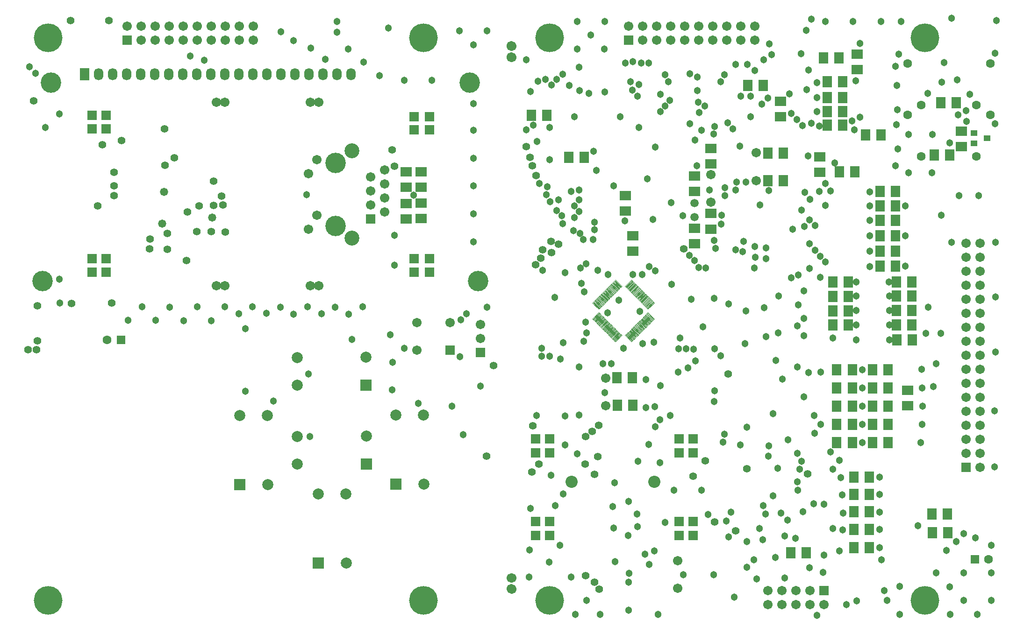
<source format=gbs>
%FSLAX43Y43*%
%MOMM*%
G71*
G01*
G75*
%ADD10C,0.300*%
%ADD11R,1.600X1.800*%
%ADD12R,0.850X1.300*%
%ADD13R,1.800X1.600*%
%ADD14R,1.300X0.850*%
%ADD15R,1.450X0.550*%
%ADD16R,1.450X0.550*%
%ADD17R,2.150X0.600*%
%ADD18R,2.150X0.600*%
%ADD19R,1.500X1.300*%
%ADD20O,1.800X0.350*%
%ADD21O,1.800X0.350*%
%ADD22R,2.500X0.500*%
%ADD23R,2.500X2.000*%
%ADD24R,0.300X1.600*%
%ADD25R,1.650X0.300*%
%ADD26R,2.700X2.500*%
%ADD27R,2.200X0.550*%
%ADD28R,2.200X0.550*%
%ADD29R,1.300X1.500*%
%ADD30R,2.200X0.600*%
%ADD31R,2.200X0.600*%
%ADD32R,1.550X0.600*%
%ADD33R,1.550X0.600*%
%ADD34R,1.700X0.600*%
%ADD35R,1.700X0.600*%
%ADD36C,0.250*%
%ADD37C,0.063*%
%ADD38R,0.600X1.700*%
%ADD39R,0.600X2.150*%
%ADD40R,0.600X2.150*%
%ADD41C,0.500*%
%ADD42C,1.000*%
%ADD43C,0.400*%
%ADD44C,0.600*%
%ADD45C,0.800*%
%ADD46C,0.100*%
%ADD47C,3.500*%
%ADD48C,2.500*%
%ADD49C,1.200*%
%ADD50R,1.400X1.400*%
%ADD51C,1.400*%
%ADD52C,1.500*%
%ADD53R,1.500X1.500*%
%ADD54O,1.500X2.000*%
%ADD55R,1.500X2.000*%
%ADD56C,5.000*%
%ADD57C,1.800*%
%ADD58R,1.800X1.800*%
%ADD59C,2.000*%
%ADD60C,1.500*%
%ADD61C,1.300*%
%ADD62C,1.270*%
%ADD63C,1.100*%
%ADD64R,0.950X0.900*%
%ADD65C,0.700*%
%ADD66R,1.803X2.003*%
%ADD67R,1.053X1.503*%
%ADD68R,2.003X1.803*%
%ADD69R,1.503X1.053*%
%ADD70R,1.653X0.753*%
%ADD71R,1.653X0.753*%
%ADD72R,2.353X0.803*%
%ADD73R,2.353X0.803*%
%ADD74R,1.703X1.503*%
%ADD75O,2.003X0.553*%
%ADD76O,2.003X0.553*%
%ADD77R,2.703X0.703*%
%ADD78R,2.703X2.203*%
%ADD79R,0.503X1.803*%
%ADD80R,1.853X0.503*%
%ADD81R,2.903X2.703*%
%ADD82R,2.403X0.753*%
%ADD83R,2.403X0.753*%
%ADD84R,1.503X1.703*%
%ADD85R,2.403X0.803*%
%ADD86R,2.403X0.803*%
%ADD87R,1.753X0.803*%
%ADD88R,1.753X0.803*%
%ADD89R,1.903X0.803*%
%ADD90R,1.903X0.803*%
%ADD91R,0.803X1.903*%
%ADD92R,0.803X2.353*%
%ADD93R,0.803X2.353*%
%ADD94C,3.703*%
%ADD95C,2.703*%
%ADD96C,1.403*%
%ADD97R,1.603X1.603*%
%ADD98C,1.603*%
%ADD99C,1.703*%
%ADD100R,1.703X1.703*%
%ADD101O,1.703X2.203*%
%ADD102R,1.703X2.203*%
%ADD103C,5.203*%
%ADD104C,2.003*%
%ADD105R,2.003X2.003*%
%ADD106C,2.203*%
%ADD107C,1.703*%
%ADD108C,1.503*%
%ADD109C,1.473*%
%ADD110C,1.303*%
%ADD111R,1.153X1.103*%
D46*
X107703Y52661D02*
X107418Y52946D01*
X108587Y54115D01*
X108872Y53830D01*
X107703Y52661D01*
Y52778D02*
X107536Y52946D01*
X108587Y53997D01*
X108755Y53830D01*
X107703Y52778D01*
Y52896D02*
X107654Y52946D01*
X108587Y53879D01*
X108637Y53830D01*
X107703Y52896D01*
X107747Y52971D02*
X108544Y53804D01*
X115484Y55421D02*
X115199Y55135D01*
X114030Y56304D01*
X114315Y56590D01*
X115484Y55421D01*
X115366D02*
X115199Y55253D01*
X114148Y56304D01*
X114315Y56472D01*
X115366Y55421D01*
X115248D02*
X115199Y55371D01*
X114265Y56304D01*
X114315Y56354D01*
X115248Y55421D01*
X115173Y55464D02*
X114340Y56261D01*
X115130Y55067D02*
X114845Y54782D01*
X113676Y55951D01*
X113961Y56236D01*
X115130Y55067D01*
X115012D02*
X114845Y54900D01*
X113794Y55951D01*
X113961Y56118D01*
X115012Y55067D01*
X114895D02*
X114845Y55018D01*
X113912Y55951D01*
X113961Y56000D01*
X114895Y55067D01*
X114820Y55110D02*
X113987Y55908D01*
X114777Y54713D02*
X114492Y54428D01*
X113323Y55597D01*
X113608Y55882D01*
X114777Y54713D01*
X114659D02*
X114492Y54546D01*
X113440Y55597D01*
X113608Y55765D01*
X114659Y54713D01*
X114541D02*
X114492Y54664D01*
X113558Y55597D01*
X113608Y55647D01*
X114541Y54713D01*
X114466Y54757D02*
X113633Y55554D01*
X114423Y54360D02*
X114138Y54075D01*
X112969Y55244D01*
X113254Y55529D01*
X114423Y54360D01*
X114305D02*
X114138Y54193D01*
X113087Y55244D01*
X113254Y55411D01*
X114305Y54360D01*
X114187D02*
X114138Y54310D01*
X113205Y55244D01*
X113254Y55293D01*
X114187Y54360D01*
X114113Y54403D02*
X113279Y55201D01*
X114070Y54006D02*
X113785Y53721D01*
X112616Y54890D01*
X112901Y55175D01*
X114070Y54006D01*
X113952D02*
X113785Y53839D01*
X112733Y54890D01*
X112901Y55057D01*
X113952Y54006D01*
X113834D02*
X113785Y53957D01*
X112851Y54890D01*
X112901Y54940D01*
X113834Y54006D01*
X113759Y54049D02*
X112926Y54847D01*
X113716Y53653D02*
X113431Y53368D01*
X112262Y54537D01*
X112547Y54822D01*
X113716Y53653D01*
X113598D02*
X113431Y53486D01*
X112380Y54537D01*
X112547Y54704D01*
X113598Y53653D01*
X113480D02*
X113431Y53603D01*
X112498Y54537D01*
X112547Y54586D01*
X113480Y53653D01*
X113406Y53696D02*
X112572Y54493D01*
X113363Y53299D02*
X113077Y53014D01*
X111908Y54183D01*
X112194Y54468D01*
X113363Y53299D01*
X113245D02*
X113077Y53132D01*
X112026Y54183D01*
X112194Y54350D01*
X113245Y53299D01*
X113127D02*
X113077Y53250D01*
X112144Y54183D01*
X112194Y54232D01*
X113127Y53299D01*
X113052Y53342D02*
X112219Y54140D01*
X113009Y52946D02*
X112724Y52661D01*
X111555Y53830D01*
X111840Y54115D01*
X113009Y52946D01*
X112891D02*
X112724Y52778D01*
X111673Y53830D01*
X111840Y53997D01*
X112891Y52946D01*
X112773D02*
X112724Y52896D01*
X111791Y53830D01*
X111840Y53879D01*
X112773Y52946D01*
X112699Y52989D02*
X111865Y53786D01*
X112655Y52592D02*
X112370Y52307D01*
X111201Y53476D01*
X111486Y53761D01*
X112655Y52592D01*
X112538D02*
X112370Y52425D01*
X111319Y53476D01*
X111486Y53643D01*
X112538Y52592D01*
X112420D02*
X112370Y52543D01*
X111437Y53476D01*
X111486Y53525D01*
X112420Y52592D01*
X112345Y52635D02*
X111512Y53433D01*
X112302Y52239D02*
X112017Y51953D01*
X110848Y53122D01*
X111133Y53408D01*
X112302Y52239D01*
X112184D02*
X112017Y52071D01*
X110966Y53122D01*
X111133Y53290D01*
X112184Y52239D01*
X112066D02*
X112017Y52189D01*
X111083Y53122D01*
X111133Y53172D01*
X112066Y52239D01*
X111992Y52282D02*
X111158Y53079D01*
X111948Y51885D02*
X111663Y51600D01*
X110494Y52769D01*
X110779Y53054D01*
X111948Y51885D01*
X111830D02*
X111663Y51718D01*
X110612Y52769D01*
X110779Y52936D01*
X111830Y51885D01*
X111713D02*
X111663Y51836D01*
X110730Y52769D01*
X110779Y52818D01*
X111713Y51885D01*
X111638Y51928D02*
X110805Y52726D01*
X108764Y51600D02*
X108479Y51885D01*
X109648Y53054D01*
X109933Y52769D01*
X108764Y51600D01*
Y51718D02*
X108597Y51885D01*
X109648Y52936D01*
X109815Y52769D01*
X108764Y51718D01*
Y51836D02*
X108715Y51885D01*
X109648Y52818D01*
X109697Y52769D01*
X108764Y51836D01*
X108807Y51910D02*
X109605Y52744D01*
X108410Y51953D02*
X108125Y52239D01*
X109294Y53408D01*
X109579Y53122D01*
X108410Y51953D01*
Y52071D02*
X108243Y52239D01*
X109294Y53290D01*
X109462Y53122D01*
X108410Y52071D01*
Y52189D02*
X108361Y52239D01*
X109294Y53172D01*
X109344Y53122D01*
X108410Y52189D01*
X108454Y52264D02*
X109251Y53097D01*
X108057Y52307D02*
X107772Y52592D01*
X108941Y53761D01*
X109226Y53476D01*
X108057Y52307D01*
Y52425D02*
X107890Y52592D01*
X108941Y53643D01*
X109108Y53476D01*
X108057Y52425D01*
Y52543D02*
X108008Y52592D01*
X108941Y53525D01*
X108990Y53476D01*
X108057Y52543D01*
X108100Y52617D02*
X108898Y53451D01*
X107350Y53014D02*
X107065Y53299D01*
X108234Y54468D01*
X108519Y54183D01*
X107350Y53014D01*
Y53132D02*
X107183Y53299D01*
X108234Y54350D01*
X108401Y54183D01*
X107350Y53132D01*
Y53250D02*
X107300Y53299D01*
X108234Y54232D01*
X108283Y54183D01*
X107350Y53250D01*
X107393Y53324D02*
X108191Y54158D01*
X106996Y53368D02*
X106711Y53653D01*
X107880Y54822D01*
X108165Y54537D01*
X106996Y53368D01*
Y53486D02*
X106829Y53653D01*
X107880Y54704D01*
X108047Y54537D01*
X106996Y53486D01*
Y53603D02*
X106947Y53653D01*
X107880Y54586D01*
X107930Y54537D01*
X106996Y53603D01*
X107039Y53678D02*
X107837Y54511D01*
X106643Y53721D02*
X106358Y54006D01*
X107527Y55175D01*
X107812Y54890D01*
X106643Y53721D01*
Y53839D02*
X106475Y54006D01*
X107527Y55057D01*
X107694Y54890D01*
X106643Y53839D01*
Y53957D02*
X106593Y54006D01*
X107527Y54940D01*
X107576Y54890D01*
X106643Y53957D01*
X106686Y54032D02*
X107483Y54865D01*
X106289Y54075D02*
X106004Y54360D01*
X107173Y55529D01*
X107458Y55244D01*
X106289Y54075D01*
Y54193D02*
X106122Y54360D01*
X107173Y55411D01*
X107340Y55244D01*
X106289Y54193D01*
Y54310D02*
X106240Y54360D01*
X107173Y55293D01*
X107222Y55244D01*
X106289Y54310D01*
X106332Y54385D02*
X107130Y55219D01*
X105936Y54428D02*
X105651Y54713D01*
X106820Y55882D01*
X107105Y55597D01*
X105936Y54428D01*
Y54546D02*
X105768Y54713D01*
X106820Y55765D01*
X106987Y55597D01*
X105936Y54546D01*
Y54664D02*
X105886Y54713D01*
X106820Y55647D01*
X106869Y55597D01*
X105936Y54664D01*
X105979Y54739D02*
X106776Y55572D01*
X105582Y54782D02*
X105297Y55067D01*
X106466Y56236D01*
X106751Y55951D01*
X105582Y54782D01*
Y54900D02*
X105415Y55067D01*
X106466Y56118D01*
X106633Y55951D01*
X105582Y54900D01*
Y55018D02*
X105533Y55067D01*
X106466Y56000D01*
X106515Y55951D01*
X105582Y55018D01*
X105625Y55092D02*
X106423Y55926D01*
X105229Y55135D02*
X104943Y55421D01*
X106112Y56590D01*
X106398Y56304D01*
X105229Y55135D01*
Y55253D02*
X105061Y55421D01*
X106112Y56472D01*
X106280Y56304D01*
X105229Y55253D01*
Y55371D02*
X105179Y55421D01*
X106112Y56354D01*
X106162Y56304D01*
X105229Y55371D01*
X105272Y55446D02*
X106069Y56279D01*
X104875Y55489D02*
X104590Y55774D01*
X105759Y56943D01*
X106044Y56658D01*
X104875Y55489D01*
Y55607D02*
X104708Y55774D01*
X105759Y56825D01*
X105926Y56658D01*
X104875Y55607D01*
Y55725D02*
X104826Y55774D01*
X105759Y56707D01*
X105808Y56658D01*
X104875Y55725D01*
X104918Y55799D02*
X105716Y56633D01*
X109933Y61678D02*
X109648Y61393D01*
X108479Y62562D01*
X108764Y62847D01*
X109933Y61678D01*
X109815D02*
X109648Y61511D01*
X108597Y62562D01*
X108764Y62730D01*
X109815Y61678D01*
X109697D02*
X109648Y61629D01*
X108715Y62562D01*
X108764Y62612D01*
X109697Y61678D01*
X109623Y61722D02*
X108789Y62519D01*
X109579Y61325D02*
X109294Y61040D01*
X108125Y62209D01*
X108410Y62494D01*
X109579Y61325D01*
X109462D02*
X109294Y61158D01*
X108243Y62209D01*
X108410Y62376D01*
X109462Y61325D01*
X109344D02*
X109294Y61275D01*
X108361Y62209D01*
X108410Y62258D01*
X109344Y61325D01*
X109269Y61368D02*
X108436Y62166D01*
X109226Y60971D02*
X108941Y60686D01*
X107772Y61855D01*
X108057Y62140D01*
X109226Y60971D01*
X109108D02*
X108941Y60804D01*
X107890Y61855D01*
X108057Y62022D01*
X109108Y60971D01*
X108990D02*
X108941Y60922D01*
X108008Y61855D01*
X108057Y61905D01*
X108990Y60971D01*
X108916Y61014D02*
X108082Y61812D01*
X108165Y59911D02*
X107880Y59626D01*
X106711Y60795D01*
X106996Y61080D01*
X108165Y59911D01*
X108047D02*
X107880Y59743D01*
X106829Y60795D01*
X106996Y60962D01*
X108047Y59911D01*
X107930D02*
X107880Y59861D01*
X106947Y60795D01*
X106996Y60844D01*
X107930Y59911D01*
X107855Y59954D02*
X107022Y60751D01*
X107812Y59557D02*
X107527Y59272D01*
X106358Y60441D01*
X106643Y60726D01*
X107812Y59557D01*
X107694D02*
X107527Y59390D01*
X106475Y60441D01*
X106643Y60608D01*
X107694Y59557D01*
X107576D02*
X107527Y59508D01*
X106593Y60441D01*
X106643Y60490D01*
X107576Y59557D01*
X107501Y59600D02*
X106668Y60398D01*
X107458Y59204D02*
X107173Y58918D01*
X106004Y60087D01*
X106289Y60373D01*
X107458Y59204D01*
X107340D02*
X107173Y59036D01*
X106122Y60087D01*
X106289Y60255D01*
X107340Y59204D01*
X107222D02*
X107173Y59154D01*
X106240Y60087D01*
X106289Y60137D01*
X107222Y59204D01*
X107148Y59247D02*
X106314Y60044D01*
X107105Y58850D02*
X106820Y58565D01*
X105651Y59734D01*
X105936Y60019D01*
X107105Y58850D01*
X106987D02*
X106820Y58683D01*
X105768Y59734D01*
X105936Y59901D01*
X106987Y58850D01*
X106869D02*
X106820Y58801D01*
X105886Y59734D01*
X105936Y59783D01*
X106869Y58850D01*
X106794Y58893D02*
X105961Y59691D01*
X106751Y58496D02*
X106466Y58211D01*
X105297Y59380D01*
X105582Y59665D01*
X106751Y58496D01*
X106633D02*
X106466Y58329D01*
X105415Y59380D01*
X105582Y59548D01*
X106633Y58496D01*
X106515D02*
X106466Y58447D01*
X105533Y59380D01*
X105582Y59430D01*
X106515Y58496D01*
X106441Y58540D02*
X105607Y59337D01*
X106398Y58143D02*
X106112Y57858D01*
X104943Y59027D01*
X105229Y59312D01*
X106398Y58143D01*
X106280D02*
X106112Y57976D01*
X105061Y59027D01*
X105229Y59194D01*
X106280Y58143D01*
X106162D02*
X106112Y58093D01*
X105179Y59027D01*
X105229Y59076D01*
X106162Y58143D01*
X106087Y58186D02*
X105254Y58984D01*
X106044Y57789D02*
X105759Y57504D01*
X104590Y58673D01*
X104875Y58958D01*
X106044Y57789D01*
X105926D02*
X105759Y57622D01*
X104708Y58673D01*
X104875Y58840D01*
X105926Y57789D01*
X105808D02*
X105759Y57740D01*
X104826Y58673D01*
X104875Y58723D01*
X105808Y57789D01*
X105734Y57833D02*
X104900Y58630D01*
X114315Y57858D02*
X114030Y58143D01*
X115199Y59312D01*
X115484Y59027D01*
X114315Y57858D01*
Y57976D02*
X114148Y58143D01*
X115199Y59194D01*
X115366Y59027D01*
X114315Y57976D01*
Y58093D02*
X114265Y58143D01*
X115199Y59076D01*
X115248Y59027D01*
X114315Y58093D01*
X114358Y58168D02*
X115156Y59002D01*
X113961Y58211D02*
X113676Y58496D01*
X114845Y59665D01*
X115130Y59380D01*
X113961Y58211D01*
Y58329D02*
X113794Y58496D01*
X114845Y59548D01*
X115012Y59380D01*
X113961Y58329D01*
Y58447D02*
X113912Y58496D01*
X114845Y59430D01*
X114895Y59380D01*
X113961Y58447D01*
X114004Y58522D02*
X114802Y59355D01*
X113608Y58565D02*
X113323Y58850D01*
X114492Y60019D01*
X114777Y59734D01*
X113608Y58565D01*
Y58683D02*
X113440Y58850D01*
X114492Y59901D01*
X114659Y59734D01*
X113608Y58683D01*
Y58801D02*
X113558Y58850D01*
X114492Y59783D01*
X114541Y59734D01*
X113608Y58801D01*
X113651Y58875D02*
X114448Y59709D01*
X113254Y58918D02*
X112969Y59204D01*
X114138Y60373D01*
X114423Y60087D01*
X113254Y58918D01*
Y59036D02*
X113087Y59204D01*
X114138Y60255D01*
X114305Y60087D01*
X113254Y59036D01*
Y59154D02*
X113205Y59204D01*
X114138Y60137D01*
X114188Y60087D01*
X113254Y59154D01*
X113297Y59229D02*
X114095Y60062D01*
X112901Y59272D02*
X112616Y59557D01*
X113785Y60726D01*
X114070Y60441D01*
X112901Y59272D01*
Y59390D02*
X112733Y59557D01*
X113785Y60608D01*
X113952Y60441D01*
X112901Y59390D01*
Y59508D02*
X112851Y59557D01*
X113785Y60490D01*
X113834Y60441D01*
X112901Y59508D01*
X112944Y59582D02*
X113741Y60416D01*
X112547Y59626D02*
X112262Y59911D01*
X113431Y61080D01*
X113716Y60795D01*
X112547Y59626D01*
Y59743D02*
X112380Y59911D01*
X113431Y60962D01*
X113598Y60795D01*
X112547Y59743D01*
Y59861D02*
X112498Y59911D01*
X113431Y60844D01*
X113480Y60795D01*
X112547Y59861D01*
X112590Y59936D02*
X113388Y60769D01*
X112194Y59979D02*
X111908Y60264D01*
X113077Y61433D01*
X113363Y61148D01*
X112194Y59979D01*
Y60097D02*
X112026Y60264D01*
X113077Y61315D01*
X113245Y61148D01*
X112194Y60097D01*
Y60215D02*
X112144Y60264D01*
X113077Y61197D01*
X113127Y61148D01*
X112194Y60215D01*
X112237Y60289D02*
X113034Y61123D01*
X111840Y60333D02*
X111555Y60618D01*
X112724Y61787D01*
X113009Y61502D01*
X111840Y60333D01*
Y60451D02*
X111673Y60618D01*
X112724Y61669D01*
X112891Y61502D01*
X111840Y60451D01*
Y60568D02*
X111791Y60618D01*
X112724Y61551D01*
X112773Y61502D01*
X111840Y60568D01*
X111883Y60643D02*
X112681Y61476D01*
X111486Y60686D02*
X111201Y60971D01*
X112370Y62140D01*
X112655Y61855D01*
X111486Y60686D01*
Y60804D02*
X111319Y60971D01*
X112370Y62022D01*
X112538Y61855D01*
X111486Y60804D01*
Y60922D02*
X111437Y60971D01*
X112370Y61905D01*
X112420Y61855D01*
X111486Y60922D01*
X111530Y60997D02*
X112327Y61830D01*
X111133Y61040D02*
X110848Y61325D01*
X112017Y62494D01*
X112302Y62209D01*
X111133Y61040D01*
Y61158D02*
X110966Y61325D01*
X112017Y62376D01*
X112184Y62209D01*
X111133Y61158D01*
Y61275D02*
X111083Y61325D01*
X112017Y62258D01*
X112066Y62209D01*
X111133Y61275D01*
X111176Y61350D02*
X111974Y62184D01*
X110779Y61393D02*
X110494Y61678D01*
X111663Y62847D01*
X111948Y62562D01*
X110779Y61393D01*
Y61511D02*
X110612Y61678D01*
X111663Y62730D01*
X111830Y62562D01*
X110779Y61511D01*
Y61629D02*
X110730Y61678D01*
X111663Y62612D01*
X111713Y62562D01*
X110779Y61629D01*
X110823Y61704D02*
X111620Y62537D01*
X108872Y60618D02*
X108587Y60333D01*
X107418Y61502D01*
X107703Y61787D01*
X108872Y60618D01*
X108755D02*
X108587Y60451D01*
X107536Y61502D01*
X107703Y61669D01*
X108755Y60618D01*
X108637D02*
X108587Y60568D01*
X107654Y61502D01*
X107703Y61551D01*
X108637Y60618D01*
X108562Y60661D02*
X107729Y61458D01*
X108519Y60264D02*
X108234Y59979D01*
X107065Y61148D01*
X107350Y61433D01*
X108519Y60264D01*
X108401D02*
X108234Y60097D01*
X107183Y61148D01*
X107350Y61315D01*
X108401Y60264D01*
X108283D02*
X108234Y60215D01*
X107300Y61148D01*
X107350Y61197D01*
X108283Y60264D01*
X108208Y60307D02*
X107375Y61105D01*
X114668Y57504D02*
X114383Y57789D01*
X115552Y58958D01*
X115837Y58673D01*
X114668Y57504D01*
Y57622D02*
X114501Y57789D01*
X115552Y58840D01*
X115720Y58673D01*
X114668Y57622D01*
Y57740D02*
X114619Y57789D01*
X115552Y58723D01*
X115602Y58673D01*
X114668Y57740D01*
X114712Y57815D02*
X115509Y58648D01*
X115837Y55774D02*
X115552Y55489D01*
X114383Y56658D01*
X114668Y56943D01*
X115837Y55774D01*
X115720D02*
X115552Y55607D01*
X114501Y56658D01*
X114668Y56825D01*
X115720Y55774D01*
X115602D02*
X115552Y55725D01*
X114619Y56658D01*
X114668Y56707D01*
X115602Y55774D01*
X115527Y55817D02*
X114694Y56615D01*
D66*
X111914Y40105D02*
D03*
X109114Y40105D02*
D03*
X111814Y45056D02*
D03*
X109014Y45056D02*
D03*
X147127Y98798D02*
D03*
X149927Y98798D02*
D03*
X149972Y90854D02*
D03*
X147172Y90854D02*
D03*
X154772Y14254D02*
D03*
X151972D02*
D03*
Y17554D02*
D03*
X154772D02*
D03*
X151972Y20754D02*
D03*
X154772D02*
D03*
X151972Y23954D02*
D03*
X154772D02*
D03*
X162517Y51961D02*
D03*
X159717D02*
D03*
X148872Y33354D02*
D03*
X151672D02*
D03*
X148872Y36654D02*
D03*
X151672D02*
D03*
X148872Y39954D02*
D03*
X151672D02*
D03*
X147122Y95904D02*
D03*
X149922Y95904D02*
D03*
X154072Y89154D02*
D03*
X156872D02*
D03*
X148872Y43254D02*
D03*
X151672D02*
D03*
X148872Y46554D02*
D03*
X151672D02*
D03*
X151972Y27054D02*
D03*
X154772D02*
D03*
X136387Y80845D02*
D03*
X139187Y80845D02*
D03*
X136387Y85845D02*
D03*
X139187D02*
D03*
X146472Y103054D02*
D03*
X149272D02*
D03*
X140557Y13308D02*
D03*
X143357D02*
D03*
X152172Y82454D02*
D03*
X149372Y82454D02*
D03*
X147172Y93354D02*
D03*
X149972D02*
D03*
X167674Y94951D02*
D03*
X170474D02*
D03*
X155370Y33360D02*
D03*
X158170D02*
D03*
X155370Y36660D02*
D03*
X158170D02*
D03*
X158174Y39951D02*
D03*
X155374D02*
D03*
X158174Y43251D02*
D03*
X155374D02*
D03*
X158170Y46560D02*
D03*
X155370D02*
D03*
X156687Y67995D02*
D03*
X159487D02*
D03*
Y65295D02*
D03*
X156687D02*
D03*
Y73595D02*
D03*
X159487D02*
D03*
X156687Y70795D02*
D03*
X159487D02*
D03*
X159487Y78845D02*
D03*
X156687D02*
D03*
X159487Y76245D02*
D03*
X156687Y76245D02*
D03*
X96362Y92708D02*
D03*
X93562D02*
D03*
X135570Y98119D02*
D03*
X132770D02*
D03*
X150962Y54621D02*
D03*
X148162D02*
D03*
X150962Y57222D02*
D03*
X148162D02*
D03*
X150962Y62408D02*
D03*
X148162Y62408D02*
D03*
X150962Y59823D02*
D03*
X148162Y59823D02*
D03*
X103087Y85045D02*
D03*
X100287Y85045D02*
D03*
X162452Y62423D02*
D03*
X159652Y62423D02*
D03*
X162502Y57272D02*
D03*
X159702Y57272D02*
D03*
X162452Y59873D02*
D03*
X159652Y59873D02*
D03*
X162452Y54671D02*
D03*
X159652Y54671D02*
D03*
X166495Y85468D02*
D03*
X169295D02*
D03*
X168982Y16945D02*
D03*
X166182D02*
D03*
X168932Y20349D02*
D03*
X166132D02*
D03*
D68*
X70863Y82404D02*
D03*
X73576Y82428D02*
D03*
X73576Y73928D02*
D03*
X70863Y73904D02*
D03*
Y79604D02*
D03*
X73576Y79628D02*
D03*
X73576Y76728D02*
D03*
X70863Y76704D02*
D03*
X171400Y89835D02*
D03*
X171400Y87035D02*
D03*
X110557Y78132D02*
D03*
X110557Y75332D02*
D03*
X111952Y70869D02*
D03*
Y68069D02*
D03*
X123081Y81664D02*
D03*
X123081Y78864D02*
D03*
X123118Y69389D02*
D03*
Y72189D02*
D03*
X161712Y40009D02*
D03*
Y42809D02*
D03*
X138662Y95207D02*
D03*
X138662Y92407D02*
D03*
X126021Y83848D02*
D03*
Y86648D02*
D03*
X126078Y74854D02*
D03*
Y72054D02*
D03*
X145778Y85154D02*
D03*
Y82354D02*
D03*
X152578Y103754D02*
D03*
Y100954D02*
D03*
D94*
X82400Y98600D02*
D03*
X83900Y62650D02*
D03*
X4950D02*
D03*
X6500Y98600D02*
D03*
X58069Y84016D02*
D03*
Y72616D02*
D03*
D95*
X61069Y70416D02*
D03*
Y86216D02*
D03*
D96*
X35961Y80700D02*
D03*
Y76300D02*
D03*
X10053Y109900D02*
D03*
X16997Y109828D02*
D03*
X4051Y58115D02*
D03*
X3351Y95324D02*
D03*
X86722Y47300D02*
D03*
X85422Y30858D02*
D03*
X17905Y82371D02*
D03*
X19255Y88122D02*
D03*
X17955Y79870D02*
D03*
X15854Y87322D02*
D03*
X17905Y78120D02*
D03*
X15004Y76269D02*
D03*
X38110Y71518D02*
D03*
X35509Y71618D02*
D03*
X37659Y76419D02*
D03*
X33358Y76269D02*
D03*
X32908Y71618D02*
D03*
X27557Y68367D02*
D03*
X31097Y66317D02*
D03*
X27607Y71218D02*
D03*
X24356Y68467D02*
D03*
X24456Y70268D02*
D03*
X27207Y83621D02*
D03*
X27057Y90223D02*
D03*
X28857Y84971D02*
D03*
X31258Y75119D02*
D03*
X2401Y50163D02*
D03*
X3901D02*
D03*
X4051Y51763D02*
D03*
X10253Y58565D02*
D03*
X17554Y58600D02*
D03*
X37409Y78020D02*
D03*
X68317Y86372D02*
D03*
X122855Y27208D02*
D03*
X132557Y28558D02*
D03*
X126756Y18956D02*
D03*
X130507Y17305D02*
D03*
X129207Y45801D02*
D03*
X143560Y27658D02*
D03*
X125006Y30009D02*
D03*
X92597Y86973D02*
D03*
X105000Y8003D02*
D03*
X105000Y27558D02*
D03*
X93598Y27958D02*
D03*
X93298Y85072D02*
D03*
X94898Y29408D02*
D03*
X103350Y9203D02*
D03*
X103300Y29458D02*
D03*
X93748Y83572D02*
D03*
X93798Y36360D02*
D03*
X105751Y36460D02*
D03*
X105801Y6753D02*
D03*
X105601Y30759D02*
D03*
X94398Y81722D02*
D03*
X94348Y65618D02*
D03*
X95248Y66768D02*
D03*
X95598Y68268D02*
D03*
X97198Y67768D02*
D03*
X97098Y69819D02*
D03*
X98499Y69318D02*
D03*
X104550Y35360D02*
D03*
X103350Y34460D02*
D03*
X121155Y68418D02*
D03*
X68717Y83421D02*
D03*
D97*
X19185Y51936D02*
D03*
X173886Y12143D02*
D03*
D98*
X16685Y51936D02*
D03*
X176386Y12143D02*
D03*
X164180Y94541D02*
D03*
X174180D02*
D03*
X176680Y102041D02*
D03*
X161680D02*
D03*
X164180Y85241D02*
D03*
X174180D02*
D03*
X176680Y92741D02*
D03*
X161680D02*
D03*
D99*
X53169Y82116D02*
D03*
X54689Y74546D02*
D03*
X66969Y80221D02*
D03*
X64419Y76411D02*
D03*
X66969Y75141D02*
D03*
X54689Y84626D02*
D03*
X53169Y72006D02*
D03*
X64419Y78951D02*
D03*
X66969Y77681D02*
D03*
X66969Y82761D02*
D03*
X64419Y81491D02*
D03*
X78809Y55101D02*
D03*
X72809Y55101D02*
D03*
X22890Y106300D02*
D03*
X22890Y108840D02*
D03*
X25430Y106300D02*
D03*
Y108840D02*
D03*
X27970Y106300D02*
D03*
X27970Y108840D02*
D03*
X30510Y106300D02*
D03*
Y108840D02*
D03*
X33050Y106300D02*
D03*
Y108840D02*
D03*
X35590Y106300D02*
D03*
Y108840D02*
D03*
X38130Y106300D02*
D03*
Y108840D02*
D03*
X40670Y106300D02*
D03*
Y108840D02*
D03*
X43210Y106300D02*
D03*
Y108840D02*
D03*
X20350D02*
D03*
X72809Y50101D02*
D03*
X84321Y54743D02*
D03*
Y52203D02*
D03*
X174814Y46631D02*
D03*
X174814Y49171D02*
D03*
X172274D02*
D03*
X172275Y51711D02*
D03*
X172274Y33931D02*
D03*
X172274Y64411D02*
D03*
X174814Y61871D02*
D03*
X172274Y61871D02*
D03*
X174814Y59331D02*
D03*
X172274D02*
D03*
X174814Y56791D02*
D03*
X172274D02*
D03*
X174815Y54251D02*
D03*
X172274Y54251D02*
D03*
X174814Y69491D02*
D03*
X172274Y69491D02*
D03*
X174814Y66951D02*
D03*
X172274D02*
D03*
X174814Y44091D02*
D03*
Y51711D02*
D03*
Y64411D02*
D03*
X172274Y39011D02*
D03*
X107051Y39969D02*
D03*
X107051Y44969D02*
D03*
X120054Y6911D02*
D03*
X120054Y11911D02*
D03*
X141481Y3961D02*
D03*
X146561Y3961D02*
D03*
X144021Y6501D02*
D03*
X144021Y3961D02*
D03*
X141481Y6501D02*
D03*
X138941D02*
D03*
Y3961D02*
D03*
X136401Y6501D02*
D03*
Y3961D02*
D03*
X121334Y108841D02*
D03*
X116254D02*
D03*
X113714D02*
D03*
X113714Y106301D02*
D03*
X111174Y108841D02*
D03*
X126414Y106301D02*
D03*
X131494D02*
D03*
X118794Y108841D02*
D03*
X116254Y106301D02*
D03*
X118794D02*
D03*
X121334Y106301D02*
D03*
X123874Y106301D02*
D03*
X128954Y106301D02*
D03*
Y108841D02*
D03*
X131494D02*
D03*
X134034Y106301D02*
D03*
Y108841D02*
D03*
X123874Y108841D02*
D03*
X126414D02*
D03*
X126075Y81943D02*
D03*
Y76943D02*
D03*
X134274Y80859D02*
D03*
Y85859D02*
D03*
X53500Y61785D02*
D03*
X55000D02*
D03*
X53500Y95065D02*
D03*
X55000D02*
D03*
X38000Y95065D02*
D03*
X36500D02*
D03*
X89950Y105200D02*
D03*
Y103200D02*
D03*
X89950Y6750D02*
D03*
Y8750D02*
D03*
X38000Y61800D02*
D03*
X36500D02*
D03*
X89924Y105201D02*
D03*
Y103201D02*
D03*
X89974Y6751D02*
D03*
Y8751D02*
D03*
X89924Y8801D02*
D03*
Y6801D02*
D03*
X89874Y103251D02*
D03*
Y105251D02*
D03*
D100*
X64419Y73871D02*
D03*
X16500Y92700D02*
D03*
X14000D02*
D03*
X16500Y64200D02*
D03*
Y66700D02*
D03*
X14000Y90200D02*
D03*
X16500D02*
D03*
X14000Y64200D02*
D03*
Y66700D02*
D03*
X72269Y66716D02*
D03*
X75069Y66716D02*
D03*
X72269Y64216D02*
D03*
X75069Y64216D02*
D03*
X72269Y90016D02*
D03*
X75069D02*
D03*
X72269Y92416D02*
D03*
X75069D02*
D03*
X20350Y106300D02*
D03*
X78809Y50101D02*
D03*
X84321Y49663D02*
D03*
X172274Y28851D02*
D03*
X122822Y16501D02*
D03*
Y19001D02*
D03*
X120322Y16501D02*
D03*
Y19001D02*
D03*
X96822Y16501D02*
D03*
Y19001D02*
D03*
X94322Y16501D02*
D03*
Y19001D02*
D03*
Y34001D02*
D03*
X96822D02*
D03*
X120322D02*
D03*
X122822D02*
D03*
X94322Y31501D02*
D03*
X96822D02*
D03*
X120322D02*
D03*
X122822D02*
D03*
X146561Y6501D02*
D03*
X111174Y106301D02*
D03*
D101*
X27813Y100131D02*
D03*
X55753D02*
D03*
X53213D02*
D03*
X50673D02*
D03*
X48133D02*
D03*
X45593D02*
D03*
X43053D02*
D03*
X40513D02*
D03*
X37973D02*
D03*
X35433D02*
D03*
X32893D02*
D03*
X20193D02*
D03*
X17653D02*
D03*
X25273D02*
D03*
X22733D02*
D03*
X58293D02*
D03*
X15113D02*
D03*
X30353D02*
D03*
X60833D02*
D03*
D102*
X12573D02*
D03*
D103*
X6000Y106700D02*
D03*
X6000Y4700D02*
D03*
X74000Y4700D02*
D03*
X74000Y106700D02*
D03*
X164824Y106701D02*
D03*
X164824Y4701D02*
D03*
X96824D02*
D03*
X96824Y106701D02*
D03*
D104*
X59980Y11500D02*
D03*
X59900Y24000D02*
D03*
X54900D02*
D03*
X74050Y25800D02*
D03*
X73970Y38300D02*
D03*
X68970Y38300D02*
D03*
X51150Y34400D02*
D03*
X63650Y34480D02*
D03*
X51150Y29400D02*
D03*
X45780Y25700D02*
D03*
X45700Y38200D02*
D03*
X40700D02*
D03*
X63600Y48830D02*
D03*
X51100Y48750D02*
D03*
Y43750D02*
D03*
D105*
X54900Y11500D02*
D03*
X68970Y25800D02*
D03*
X63650Y29400D02*
D03*
X40700Y25700D02*
D03*
X63600Y43750D02*
D03*
D106*
X115797Y26245D02*
D03*
X100797Y26245D02*
D03*
D107*
X172274Y46631D02*
D03*
X174814Y28851D02*
D03*
X172274Y31391D02*
D03*
X174814D02*
D03*
Y33931D02*
D03*
X172274Y36471D02*
D03*
X174814D02*
D03*
Y39011D02*
D03*
X172274Y41551D02*
D03*
X174814D02*
D03*
X172274Y44091D02*
D03*
D108*
X123074Y76748D02*
D03*
Y74248D02*
D03*
D109*
X35759Y74119D02*
D03*
X26657Y73018D02*
D03*
X26997Y78770D02*
D03*
D110*
X85472Y57865D02*
D03*
X8002Y92900D02*
D03*
X5501Y90473D02*
D03*
X68017Y52913D02*
D03*
X70518Y50463D02*
D03*
X83021Y69768D02*
D03*
Y74800D02*
D03*
Y79900D02*
D03*
Y84900D02*
D03*
X83050Y89923D02*
D03*
X83021Y94800D02*
D03*
X75519Y99025D02*
D03*
X70518D02*
D03*
X66017Y99900D02*
D03*
X63166Y102300D02*
D03*
X60350Y104726D02*
D03*
X56214Y102800D02*
D03*
X53550Y104876D02*
D03*
X67667Y108500D02*
D03*
X83021Y105427D02*
D03*
X85472Y107977D02*
D03*
X80470D02*
D03*
X8002Y62966D02*
D03*
X63016Y57965D02*
D03*
X60450Y56614D02*
D03*
X58015Y57900D02*
D03*
X55514Y56664D02*
D03*
X53013Y57965D02*
D03*
X50450Y56614D02*
D03*
X48062Y57900D02*
D03*
X45511Y56764D02*
D03*
X43011Y57965D02*
D03*
X40510Y56700D02*
D03*
X38010Y57965D02*
D03*
X35509Y55400D02*
D03*
X33008Y57965D02*
D03*
X30550Y55414D02*
D03*
X28007Y57900D02*
D03*
X25506Y55500D02*
D03*
X23006Y57965D02*
D03*
X20450Y55464D02*
D03*
X8102Y58665D02*
D03*
X72218Y78170D02*
D03*
X52863Y78270D02*
D03*
X80720Y55614D02*
D03*
X81750Y56650D02*
D03*
X41750Y54000D02*
D03*
Y42650D02*
D03*
X79125Y39900D02*
D03*
X84300Y43550D02*
D03*
X81150Y34750D02*
D03*
X58315Y107727D02*
D03*
X68350Y42900D02*
D03*
X68400Y47900D02*
D03*
X58293Y109678D02*
D03*
X50450Y106200D02*
D03*
X48150Y107850D02*
D03*
X3751Y100275D02*
D03*
X2598Y101476D02*
D03*
X31750Y103450D02*
D03*
X34250Y102650D02*
D03*
X53150Y45800D02*
D03*
X53450Y34400D02*
D03*
X61050Y52000D02*
D03*
X73050Y40400D02*
D03*
X46850Y40850D02*
D03*
X80570Y48862D02*
D03*
X68717Y65466D02*
D03*
Y70918D02*
D03*
X114879Y11251D02*
D03*
X108727Y11753D02*
D03*
X137309Y38611D02*
D03*
X126656Y40761D02*
D03*
X127806Y49063D02*
D03*
X126706Y42762D02*
D03*
Y50364D02*
D03*
X132207Y51314D02*
D03*
X148162Y52264D02*
D03*
X136058Y52564D02*
D03*
X142874Y52714D02*
D03*
X158414Y51964D02*
D03*
X152362D02*
D03*
X123155Y88173D02*
D03*
X116853Y37510D02*
D03*
X116903Y43662D02*
D03*
X113603Y63767D02*
D03*
X103390Y55149D02*
D03*
X103027Y51699D02*
D03*
X103577Y53250D02*
D03*
X102602Y62187D02*
D03*
X123824Y65051D02*
D03*
X123224Y48101D02*
D03*
X103152Y60687D02*
D03*
X97776Y59651D02*
D03*
X98776Y48499D02*
D03*
X113728Y51248D02*
D03*
X111952Y63787D02*
D03*
X99676Y64103D02*
D03*
X136408Y95825D02*
D03*
X131357Y32909D02*
D03*
X136508Y30909D02*
D03*
X132583Y36109D02*
D03*
X135724Y57766D02*
D03*
X136558Y32709D02*
D03*
X151662Y91624D02*
D03*
X145311Y93358D02*
D03*
X144260Y91274D02*
D03*
X143410Y97326D02*
D03*
X133258Y96175D02*
D03*
X102300Y97125D02*
D03*
X93348Y97025D02*
D03*
X156663Y17551D02*
D03*
Y23951D02*
D03*
X116024Y86923D02*
D03*
X143960Y10654D02*
D03*
X126605Y89322D02*
D03*
X126705Y90673D02*
D03*
X156663Y27058D02*
D03*
X136074Y68651D02*
D03*
X136574Y79001D02*
D03*
X134924Y76451D02*
D03*
X125824Y79151D02*
D03*
X123524Y83551D02*
D03*
X103452Y65787D02*
D03*
X147724Y31601D02*
D03*
X159924Y86551D02*
D03*
X141760Y31359D02*
D03*
X142474Y75501D02*
D03*
X130274Y5301D02*
D03*
X100724Y78851D02*
D03*
X132374Y57201D02*
D03*
X113202Y57137D02*
D03*
X109352Y59137D02*
D03*
X107352Y56837D02*
D03*
X108451Y79921D02*
D03*
X114524Y81201D02*
D03*
X113024Y90451D02*
D03*
X109674Y92401D02*
D03*
X104800Y86151D02*
D03*
X105274Y82651D02*
D03*
X132574Y10751D02*
D03*
X134824Y17751D02*
D03*
X148124D02*
D03*
Y28501D02*
D03*
X135574Y21901D02*
D03*
X140324Y96601D02*
D03*
X164368Y43245D02*
D03*
X164374Y39951D02*
D03*
X164368Y36645D02*
D03*
X164115Y33309D02*
D03*
X164274Y46601D02*
D03*
X143710Y85272D02*
D03*
X132624Y101877D02*
D03*
X153513Y36651D02*
D03*
X138259Y53214D02*
D03*
X141724Y47001D02*
D03*
X141810Y24657D02*
D03*
X156663Y14255D02*
D03*
Y20745D02*
D03*
X137824Y48201D02*
D03*
X152012Y90024D02*
D03*
X153063Y105728D02*
D03*
X148474Y84051D02*
D03*
X142724Y20801D02*
D03*
X142110Y28458D02*
D03*
X141710Y26208D02*
D03*
X139924Y19251D02*
D03*
X141424Y15951D02*
D03*
X159474Y101551D02*
D03*
X154874Y68001D02*
D03*
X153513Y39951D02*
D03*
X142874Y41651D02*
D03*
X142510Y29959D02*
D03*
X153513Y46560D02*
D03*
Y43251D02*
D03*
X139024Y44851D02*
D03*
X138159Y28658D02*
D03*
X154874Y65273D02*
D03*
Y73595D02*
D03*
X174574Y78101D02*
D03*
X171024Y78120D02*
D03*
X170824Y92751D02*
D03*
X172374Y91551D02*
D03*
X159674Y90951D02*
D03*
X154874Y70795D02*
D03*
Y78801D02*
D03*
Y76251D02*
D03*
X153513Y33358D02*
D03*
X144824Y35051D02*
D03*
X144660Y22257D02*
D03*
X144774Y38251D02*
D03*
X137335Y23656D02*
D03*
X141610Y91874D02*
D03*
X122281Y100225D02*
D03*
X117724Y100001D02*
D03*
X123581Y99625D02*
D03*
X118324Y98801D02*
D03*
X123631Y97124D02*
D03*
X116879Y96474D02*
D03*
X118603Y95424D02*
D03*
X124974Y94351D02*
D03*
X117752Y94374D02*
D03*
X123904Y93173D02*
D03*
X116952Y93373D02*
D03*
X114774Y102151D02*
D03*
X113403Y102177D02*
D03*
X111951Y102376D02*
D03*
X130724Y80551D02*
D03*
X130074Y90201D02*
D03*
X136674Y105601D02*
D03*
X122254Y91123D02*
D03*
X129124Y91301D02*
D03*
X130574Y79151D02*
D03*
X131957Y69819D02*
D03*
X146774Y76351D02*
D03*
X143924Y73701D02*
D03*
X133924Y65001D02*
D03*
X136074Y66701D02*
D03*
X134074Y66951D02*
D03*
X120252Y50337D02*
D03*
X95425Y50449D02*
D03*
X121602Y50337D02*
D03*
X95425Y48999D02*
D03*
X122952Y50287D02*
D03*
X96825Y48949D02*
D03*
X101374Y74151D02*
D03*
X102174Y75201D02*
D03*
X101374Y76251D02*
D03*
X122174Y67301D02*
D03*
X102174Y77351D02*
D03*
X107451Y63767D02*
D03*
X102174Y79151D02*
D03*
X111478Y98775D02*
D03*
X128474Y100051D02*
D03*
X128624Y79551D02*
D03*
X123781Y95074D02*
D03*
X127824Y98801D02*
D03*
X128574Y78151D02*
D03*
X92647Y102777D02*
D03*
X93848Y90874D02*
D03*
X92574Y90051D02*
D03*
X145261Y98626D02*
D03*
X152274Y98951D02*
D03*
X143074Y78701D02*
D03*
X144236Y110078D02*
D03*
X145261Y95875D02*
D03*
X143724Y100851D02*
D03*
X124374Y89951D02*
D03*
X169324Y87651D02*
D03*
X131324Y87051D02*
D03*
X132374Y80601D02*
D03*
X134024Y68851D02*
D03*
X140009Y33810D02*
D03*
X140609Y63217D02*
D03*
X127932Y72918D02*
D03*
X124624Y54351D02*
D03*
X106874Y96901D02*
D03*
X142674Y90851D02*
D03*
X144024Y77451D02*
D03*
X138309Y59916D02*
D03*
X129274Y58451D02*
D03*
X143760Y46063D02*
D03*
X110578Y102176D02*
D03*
X134058Y100776D02*
D03*
X100399Y98126D02*
D03*
X135608Y102727D02*
D03*
X99199Y100151D02*
D03*
X94698Y98876D02*
D03*
X96124Y99225D02*
D03*
X130557Y101927D02*
D03*
X98149Y99151D02*
D03*
X135258Y94725D02*
D03*
X112778Y96124D02*
D03*
X147711Y78921D02*
D03*
X145674Y78901D02*
D03*
X94998Y80321D02*
D03*
X96448Y79721D02*
D03*
X96298Y78271D02*
D03*
X96948Y76970D02*
D03*
X98499Y77370D02*
D03*
X121905Y46863D02*
D03*
X120154Y46113D02*
D03*
X110252Y50464D02*
D03*
X108001Y47663D02*
D03*
X106501D02*
D03*
X123105Y66318D02*
D03*
X125156Y64967D02*
D03*
X110502Y73520D02*
D03*
X114853Y65217D02*
D03*
X98099Y75420D02*
D03*
X94498Y38261D02*
D03*
X95598Y64567D02*
D03*
X105551D02*
D03*
X116003Y64517D02*
D03*
X102450Y64967D02*
D03*
X104750Y70119D02*
D03*
X99049Y74470D02*
D03*
X99199Y73069D02*
D03*
X101149Y71769D02*
D03*
X104950Y73269D02*
D03*
Y71969D02*
D03*
X102350Y71269D02*
D03*
X102950Y70119D02*
D03*
X158314Y62423D02*
D03*
X143010Y72519D02*
D03*
X144911Y72669D02*
D03*
X143910Y69419D02*
D03*
X144911Y68218D02*
D03*
X145911Y67118D02*
D03*
X146811Y66118D02*
D03*
X143924Y64867D02*
D03*
X152362Y62423D02*
D03*
X141910Y63717D02*
D03*
X141860Y58266D02*
D03*
X158364Y59916D02*
D03*
Y57265D02*
D03*
Y54665D02*
D03*
X152362Y59916D02*
D03*
Y54665D02*
D03*
Y57265D02*
D03*
X142935Y60876D02*
D03*
X142910Y55815D02*
D03*
X141724Y54500D02*
D03*
X115979Y36159D02*
D03*
X115879Y39860D02*
D03*
X99275Y24006D02*
D03*
X99625Y38110D02*
D03*
Y32908D02*
D03*
X111078Y16504D02*
D03*
X111178Y22656D02*
D03*
X111228Y9602D02*
D03*
X135934Y20382D02*
D03*
X97825Y21855D02*
D03*
X97124Y27357D02*
D03*
X125582Y20255D02*
D03*
X140836Y72018D02*
D03*
X128032Y74519D02*
D03*
X130533Y68267D02*
D03*
X126932Y68567D02*
D03*
X128482Y34809D02*
D03*
X131833Y67917D02*
D03*
X126682Y70018D02*
D03*
X128282Y33408D02*
D03*
X114779Y32958D02*
D03*
X114079Y13103D02*
D03*
X112778Y18055D02*
D03*
X112678Y20405D02*
D03*
X129683Y20705D02*
D03*
X115779Y13653D02*
D03*
X146537Y12953D02*
D03*
X150638Y3951D02*
D03*
X156940Y12053D02*
D03*
X157440Y6502D02*
D03*
X97149Y98201D02*
D03*
X98725Y14704D02*
D03*
X132583Y15404D02*
D03*
X112878Y29907D02*
D03*
X121072Y9402D02*
D03*
X126532D02*
D03*
X117772Y18805D02*
D03*
X124331Y24706D02*
D03*
X119330D02*
D03*
X116829Y29707D02*
D03*
X108627Y26051D02*
D03*
X101826Y31251D02*
D03*
X102172Y38360D02*
D03*
X118680Y38210D02*
D03*
X114329Y44711D02*
D03*
Y39710D02*
D03*
X106827Y42351D02*
D03*
X102172Y47012D02*
D03*
X99325Y51451D02*
D03*
X115572Y73769D02*
D03*
X118830Y76851D02*
D03*
X120972Y74469D02*
D03*
X96824Y84651D02*
D03*
X101326Y92451D02*
D03*
X103972Y96624D02*
D03*
X94524Y87922D02*
D03*
X96824Y90451D02*
D03*
X101826Y109728D02*
D03*
X106827Y109678D02*
D03*
X101876Y104726D02*
D03*
X106772D02*
D03*
X104326Y107227D02*
D03*
X102172Y101375D02*
D03*
X142436Y103826D02*
D03*
X137035Y103676D02*
D03*
X143336Y108051D02*
D03*
X133234Y92451D02*
D03*
X131483Y96151D02*
D03*
X161841Y82221D02*
D03*
X166142D02*
D03*
X146837Y80320D02*
D03*
X161841Y89222D02*
D03*
X166171D02*
D03*
X159490Y83521D02*
D03*
X159840Y93674D02*
D03*
X159771Y98075D02*
D03*
X153039Y92373D02*
D03*
X165371Y96624D02*
D03*
X167842Y98725D02*
D03*
X172293Y93524D02*
D03*
X172944Y96451D02*
D03*
X170643Y99125D02*
D03*
X160071Y103726D02*
D03*
X146837Y109678D02*
D03*
X151838D02*
D03*
X156840Y109728D02*
D03*
X160490Y109678D02*
D03*
X169693Y110251D02*
D03*
X168292Y102251D02*
D03*
X177771Y109828D02*
D03*
X177495Y103976D02*
D03*
Y91151D02*
D03*
X167771Y74519D02*
D03*
X169693Y69617D02*
D03*
X161271Y76219D02*
D03*
Y70818D02*
D03*
Y65316D02*
D03*
X165392Y57865D02*
D03*
X165042Y53151D02*
D03*
X167742D02*
D03*
X177595Y69651D02*
D03*
Y59715D02*
D03*
Y49712D02*
D03*
X177445Y39051D02*
D03*
X166842Y47662D02*
D03*
X166392Y43511D02*
D03*
X177471Y28957D02*
D03*
X149338Y30108D02*
D03*
X149588Y26951D02*
D03*
X146587Y22151D02*
D03*
X149888Y23851D02*
D03*
X149938Y17504D02*
D03*
X135434Y15751D02*
D03*
X139471Y16404D02*
D03*
X149338Y13703D02*
D03*
X146371Y9802D02*
D03*
X137771Y12503D02*
D03*
X139435Y8802D02*
D03*
X134334Y8602D02*
D03*
X133871Y12103D02*
D03*
X128871Y19105D02*
D03*
X129271Y16204D02*
D03*
X169371Y2201D02*
D03*
X169343Y7202D02*
D03*
X160290Y2201D02*
D03*
X160271Y7252D02*
D03*
X171843Y4701D02*
D03*
X174344Y2201D02*
D03*
X176845Y4701D02*
D03*
X176871Y9702D02*
D03*
X171843D02*
D03*
X166842D02*
D03*
X157971Y4701D02*
D03*
X152438Y4651D02*
D03*
X176845Y14704D02*
D03*
X168693Y13751D02*
D03*
X171843Y16804D02*
D03*
X145271Y2000D02*
D03*
X116529Y2201D02*
D03*
X106027D02*
D03*
X103572Y4701D02*
D03*
X101472Y2201D02*
D03*
X111128Y2951D02*
D03*
Y8002D02*
D03*
X108472Y17804D02*
D03*
X100775Y8902D02*
D03*
X93123D02*
D03*
X93174Y13851D02*
D03*
X96774Y11651D02*
D03*
X93374Y21351D02*
D03*
X108272Y21755D02*
D03*
X115729Y51551D02*
D03*
X120430Y52313D02*
D03*
X118980Y62051D02*
D03*
X122531Y59315D02*
D03*
X126682Y59465D02*
D03*
X138735Y20551D02*
D03*
X145937Y36651D02*
D03*
X150038Y20505D02*
D03*
X145737Y90751D02*
D03*
X140585Y93051D02*
D03*
X145971Y46112D02*
D03*
X145887Y63316D02*
D03*
X173944Y16054D02*
D03*
X163541Y18255D02*
D03*
X170493Y15351D02*
D03*
X112978Y98275D02*
D03*
X111828Y97224D02*
D03*
D111*
X173715Y87597D02*
D03*
Y89497D02*
D03*
X176065Y88547D02*
D03*
M02*

</source>
